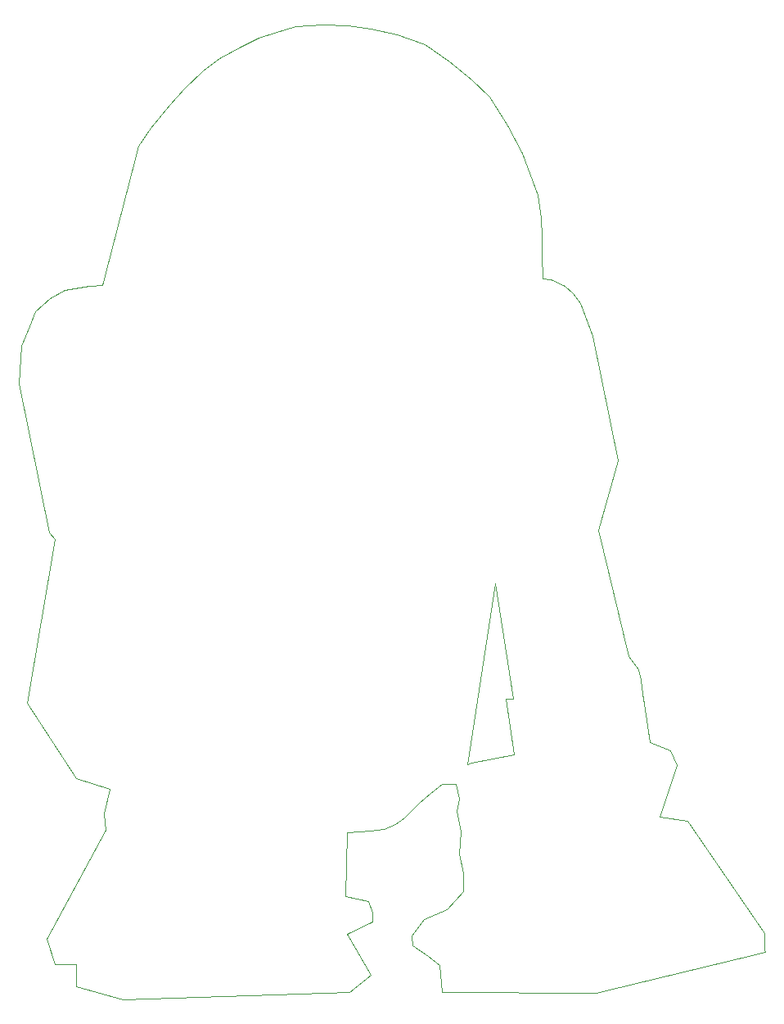
<source format=gbr>
%TF.GenerationSoftware,KiCad,Pcbnew,(6.0.0)*%
%TF.CreationDate,2022-03-29T21:49:48-05:00*%
%TF.ProjectId,R2,52322e6b-6963-4616-945f-706362585858,rev?*%
%TF.SameCoordinates,Original*%
%TF.FileFunction,Profile,NP*%
%FSLAX46Y46*%
G04 Gerber Fmt 4.6, Leading zero omitted, Abs format (unit mm)*
G04 Created by KiCad (PCBNEW (6.0.0)) date 2022-03-29 21:49:48*
%MOMM*%
%LPD*%
G01*
G04 APERTURE LIST*
%TA.AperFunction,Profile*%
%ADD10C,0.100000*%
%TD*%
G04 APERTURE END LIST*
D10*
X133737500Y-62325000D02*
X134975000Y-60425000D01*
X173475000Y-63050000D02*
X175025000Y-67375000D01*
X121600000Y-82975000D02*
X122450000Y-80950000D01*
X177850000Y-76825000D02*
X178725000Y-77575000D01*
X165150000Y-128250000D02*
X166575000Y-128250000D01*
X162775000Y-130175000D02*
X163925000Y-129225000D01*
X163250000Y-142250000D02*
X162000000Y-143900000D01*
X175475000Y-71600000D02*
X175500000Y-73475000D01*
X155150000Y-139825000D02*
X155350000Y-133300000D01*
X125100000Y-102950000D02*
X124525000Y-102300000D01*
X163925000Y-129225000D02*
X165150000Y-128250000D01*
X140425000Y-54550000D02*
X142075000Y-53275000D01*
X175500000Y-73475000D02*
X175525000Y-76000000D01*
X160325000Y-132450000D02*
X161250000Y-131750000D01*
X164875000Y-147000000D02*
X165100000Y-149800000D01*
X155550000Y-149750000D02*
X132100000Y-150500000D01*
X170050000Y-57225000D02*
X171950000Y-60175000D01*
X186650000Y-123925000D02*
X188750000Y-124825000D01*
X181350000Y-102025000D02*
X184425000Y-115050000D01*
X130150000Y-131350000D02*
X130775000Y-128750000D01*
X187700000Y-131625000D02*
X190525000Y-132075000D01*
X159125000Y-132900000D02*
X160325000Y-132450000D01*
X166700000Y-131075000D02*
X167050000Y-133200000D01*
X166875000Y-129750000D02*
X166700000Y-131075000D01*
X167775000Y-126225000D02*
X168225000Y-126100000D01*
X171950000Y-60175000D02*
X173475000Y-63050000D01*
X176375000Y-76075000D02*
X177850000Y-76825000D01*
X166575000Y-128250000D02*
X166875000Y-129750000D01*
X168200000Y-55450000D02*
X170050000Y-57225000D01*
X162100000Y-144975000D02*
X163725000Y-146050000D01*
X185700000Y-117500000D02*
X185900000Y-118962500D01*
X157775000Y-50200000D02*
X160475000Y-50825000D01*
X126125000Y-77175000D02*
X128650000Y-76750000D01*
X161250000Y-131750000D02*
X162775000Y-130175000D01*
X180750000Y-81975000D02*
X183300000Y-94800000D01*
X130025000Y-76700000D02*
X133737500Y-62325000D01*
X130775000Y-128750000D02*
X127275000Y-127650000D01*
X124575000Y-78075000D02*
X126125000Y-77175000D01*
X125075000Y-146925000D02*
X124225000Y-144275000D01*
X189400000Y-126300000D02*
X187700000Y-131625000D01*
X186050000Y-120000000D02*
X186650000Y-123925000D01*
X185425000Y-116400000D02*
X185700000Y-117500000D01*
X188750000Y-124825000D02*
X189400000Y-126300000D01*
X183300000Y-94800000D02*
X181350000Y-102025000D01*
X157800000Y-147975000D02*
X155325000Y-143775000D01*
X127275000Y-127650000D02*
X122250000Y-119850000D01*
X198525000Y-143675000D02*
X198500000Y-145400000D01*
X155550000Y-149750000D02*
X157800000Y-147975000D01*
X163325000Y-51850000D02*
X165875000Y-53600000D01*
X136950000Y-58050000D02*
X138500000Y-56350000D01*
X155350000Y-133300000D02*
X157650000Y-133100000D01*
X132100000Y-150500000D02*
X127300000Y-149175000D01*
X175025000Y-67375000D02*
X175425000Y-69750000D01*
X122250000Y-119850000D02*
X125100000Y-102950000D01*
X124225000Y-144275000D02*
X130350000Y-133000000D01*
X178725000Y-77575000D02*
X179425000Y-78525000D01*
X167350000Y-139350000D02*
X165625000Y-141225000D01*
X172625000Y-125225000D02*
X171775000Y-119500000D01*
X148000000Y-50525000D02*
X150025000Y-49975000D01*
X127300000Y-146925000D02*
X125075000Y-146925000D01*
X144350000Y-52025000D02*
X146150000Y-51100000D01*
X122450000Y-80950000D02*
X123100000Y-79450000D01*
X157925000Y-142475000D02*
X157900000Y-141550000D01*
X138500000Y-56350000D02*
X140425000Y-54550000D01*
X168225000Y-126100000D02*
X172625000Y-125225000D01*
X198550000Y-145600000D02*
X181050000Y-149825000D01*
X166875000Y-135450000D02*
X167325000Y-137475000D01*
X171775000Y-119500000D02*
X172500000Y-119425000D01*
X170650000Y-107500000D02*
X167775000Y-126225000D01*
X130350000Y-133000000D02*
X130150000Y-131350000D01*
X172500000Y-119425000D02*
X170650000Y-107500000D01*
X157650000Y-133100000D02*
X159125000Y-132900000D01*
X181050000Y-149825000D02*
X165100000Y-149800000D01*
X160475000Y-50825000D02*
X163325000Y-51850000D01*
X128650000Y-76750000D02*
X130025000Y-76700000D01*
X121400000Y-86875000D02*
X121600000Y-82975000D01*
X162000000Y-143900000D02*
X162100000Y-144975000D01*
X142075000Y-53275000D02*
X144350000Y-52025000D01*
X175425000Y-69750000D02*
X175475000Y-71600000D01*
X157500000Y-140400000D02*
X155150000Y-139825000D01*
X146150000Y-51100000D02*
X148000000Y-50525000D01*
X179425000Y-78525000D02*
X180750000Y-81975000D01*
X190525000Y-132075000D02*
X198525000Y-143675000D01*
X152775000Y-49775000D02*
X155425000Y-49825000D01*
X157900000Y-141550000D02*
X157500000Y-140400000D01*
X185900000Y-118962500D02*
X186050000Y-120000000D01*
X127300000Y-149175000D02*
X127300000Y-146925000D01*
X155325000Y-143775000D02*
X157925000Y-142475000D01*
X167050000Y-133200000D02*
X166875000Y-135450000D01*
X165875000Y-53600000D02*
X168200000Y-55450000D01*
X175525000Y-76000000D02*
X176375000Y-76075000D01*
X123100000Y-79450000D02*
X124575000Y-78075000D01*
X134975000Y-60425000D02*
X136950000Y-58050000D01*
X165625000Y-141225000D02*
X163250000Y-142250000D01*
X198500000Y-145400000D02*
X198550000Y-145600000D01*
X150025000Y-49975000D02*
X152775000Y-49775000D01*
X163725000Y-146050000D02*
X164875000Y-147000000D01*
X184425000Y-115050000D02*
X185425000Y-116400000D01*
X167325000Y-137475000D02*
X167350000Y-139350000D01*
X124525000Y-102300000D02*
X121400000Y-86875000D01*
X155425000Y-49825000D02*
X157775000Y-50200000D01*
M02*

</source>
